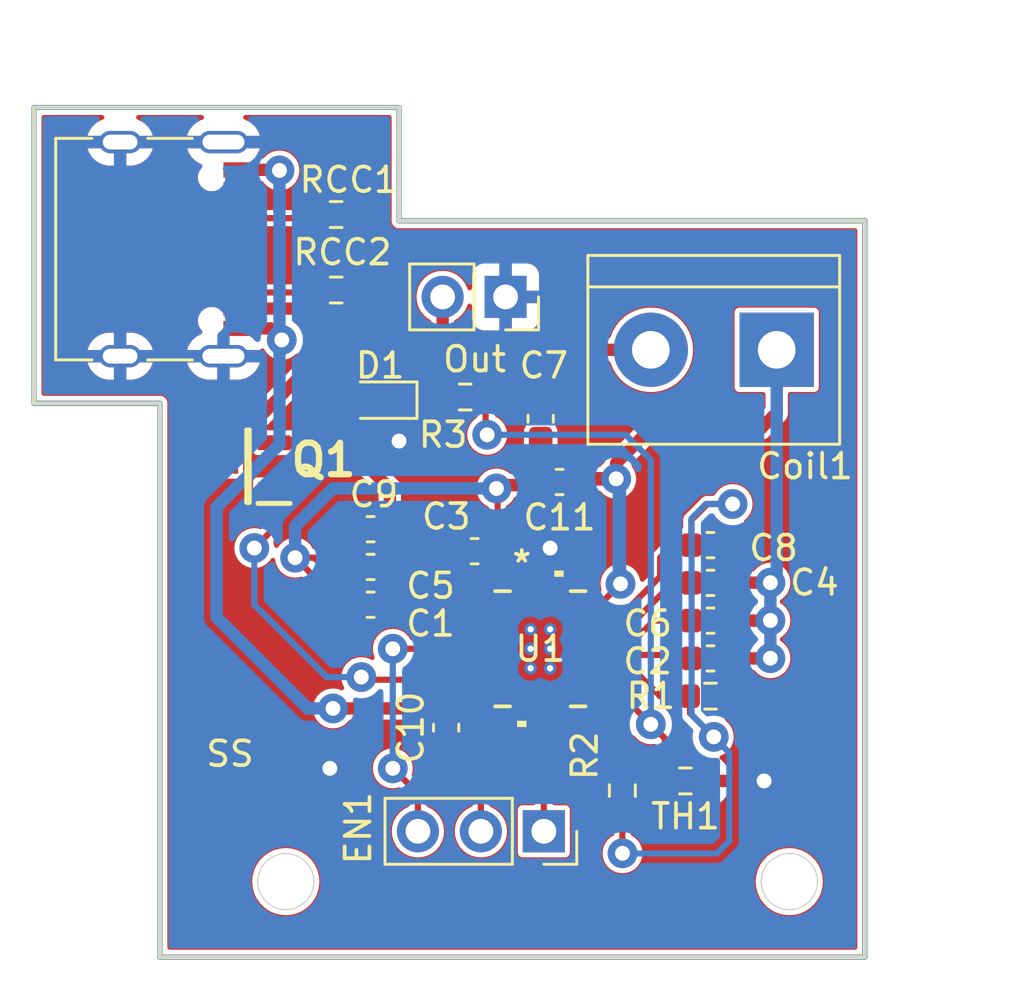
<source format=kicad_pcb>
(kicad_pcb (version 20221018) (generator pcbnew)
  (layers (0 "F.Cu" signal) (31 "B.Cu" signal) (34 "B.Paste" user) (35 "F.Paste" user) (36 "B.SilkS" user "B.Silkscreen") (37 "F.SilkS" user "F.Silkscreen") (38 "B.Mask" user) (39 "F.Mask" user) (44 "Edge.Cuts" user))
  (net 0 "")
  (net 1 "Net-(U1-COM1)")
  (net 2 "AC1")
  (net 3 "Net-(U1-COM2)")
  (net 4 "AC2")
  (net 5 "Net-(U1-BOOT1)")
  (net 6 "Net-(U1-BOOT2)")
  (net 7 "Net-(U1-CLMP1)")
  (net 8 "Net-(U1-CLMP2)")
  (net 9 "Net-(Coil1-Pin_2)")
  (net 10 "FOD")
  (net 11 "GND")
  (net 12 "OUT")
  (net 13 "Net-(Q1-D)")
  (net 14 "Net-(D1-K)")
  (net 15 "Net-(EN1-Pin_1)")
  (net 16 "Net-(EN1-Pin_2)")
  (net 17 "Net-(EN1-Pin_3)")
  (net 18 "Net-(J3-CC1)")
  (net 22 "Net-(J3-CC2)")
  (net 26 "Net-(Q1-G)")
  (net 27 "Net-(U1-ILIM)")
  (net 28 "Net-(U1-TS-CTRL)")
  (net 30 "Net-(U1-AD)")
  (footprint "Capacitor_SMD:C_0603_1608Metric" (layer "F.Cu") (at 157.602099 105.918 180)
    (fp_text reference "C5" (at -2.417901 -0.762) (layer "F.SilkS"))
    (fp_text value "C")
    (fp_line (start -0.14058 -0.51) (end 0.14058 -0.51) (stroke (width 0.12)) (layer "F.SilkS"))
    (fp_line (start -0.14058 0.51) (end 0.14058 0.51) (stroke (width 0.12)) (layer "F.SilkS"))
    (pad "1" smd roundrect (at -0.775 0 180) (size 0.9 0.95) (layers "F.Cu" "F.Paste" "F.Mask") (net 7 "Net-(U1-CLMP1)"))
    (pad "2" smd roundrect (at 0.775 0 180) (size 0.9 0.95) (layers "F.Cu" "F.Paste" "F.Mask") (net 2 "AC1"))
  )
  (footprint "Resistor_SMD:R_0603_1608Metric" (layer "F.Cu") (at 161.417 99.06)
    (fp_text reference "R3" (at -0.889 1.524) (layer "F.SilkS"))
    (fp_text value "R")
    (fp_line (start -0.237258 -0.5225) (end 0.237258 -0.5225) (stroke (width 0.12)) (layer "F.SilkS"))
    (fp_line (start -0.237258 0.5225) (end 0.237258 0.5225) (stroke (width 0.12)) (layer "F.SilkS"))
    (pad "1" smd roundrect (at -0.825 0) (size 0.8 0.95) (layers "F.Cu" "F.Paste" "F.Mask") (net 14 "Net-(D1-K)"))
    (pad "2" smd roundrect (at 0.825 0) (size 0.8 0.95) (layers "F.Cu" "F.Paste" "F.Mask") (net 28 "Net-(U1-TS-CTRL)"))
  )
  (footprint "TESIS:SOT95P237X112-3N" (layer "F.Cu") (at 152.654 101.854 180)
    (fp_text reference "Q1" (at -3.048 0.254 180) (layer "F.SilkS") (effects (font (size 1.27 1.27) (thickness 0.254))))
    (fp_text value "SQ2361CES-T1_GE3" hide)
    (fp_line (start -1.7 -1.5) (end -0.4 -1.5) (stroke (width 0.2)) (layer "F.SilkS"))
    (fp_line (start -0.05 -1.46) (end 0.05 -1.46) (stroke (width 0.2)) (layer "F.SilkS"))
    (fp_line (start -0.05 1.46) (end -0.05 -1.46) (stroke (width 0.2)) (layer "F.SilkS"))
    (fp_line (start 0.05 -1.46) (end 0.05 1.46) (stroke (width 0.2)) (layer "F.SilkS"))
    (fp_line (start 0.05 1.46) (end -0.05 1.46) (stroke (width 0.2)) (layer "F.SilkS"))
    (pad "1" smd rect (at -1.05 -0.95 270) (size 0.6 1.3) (layers "F.Cu" "F.Paste" "F.Mask") (net 26 "Net-(Q1-G)"))
    (pad "2" smd rect (at -1.05 0.95 270) (size 0.6 1.3) (layers "F.Cu" "F.Paste" "F.Mask") (net 12 "OUT"))
    (pad "3" smd rect (at 1.05 0 270) (size 0.6 1.3) (layers "F.Cu" "F.Paste" "F.Mask") (net 13 "Net-(Q1-D)"))
  )
  (footprint "Resistor_SMD:R_0603_1608Metric" (layer "F.Cu") (at 156.21 94.742 180)
    (fp_text reference "RCC2" (at -0.254 1.524) (layer "F.SilkS"))
    (fp_text value "5.1k")
    (fp_line (start -0.237258 -0.5225) (end 0.237258 -0.5225) (stroke (width 0.12)) (layer "F.SilkS"))
    (fp_line (start -0.237258 0.5225) (end 0.237258 0.5225) (stroke (width 0.12)) (layer "F.SilkS"))
    (pad "1" smd roundrect (at -0.825 0 180) (size 0.8 0.95) (layers "F.Cu" "F.Paste" "F.Mask") (net 11 "GND"))
    (pad "2" smd roundrect (at 0.825 0 180) (size 0.8 0.95) (layers "F.Cu" "F.Paste" "F.Mask") (net 22 "Net-(J3-CC2)"))
  )
  (footprint "Capacitor_SMD:C_0603_1608Metric" (layer "F.Cu") (at 171.318099 108.085)
    (fp_text reference "C6" (at -2.535099 0.119) (layer "F.SilkS"))
    (fp_text value "C")
    (fp_line (start -0.14058 -0.51) (end 0.14058 -0.51) (stroke (width 0.12)) (layer "F.SilkS"))
    (fp_line (start -0.14058 0.51) (end 0.14058 0.51) (stroke (width 0.12)) (layer "F.SilkS"))
    (pad "1" smd roundrect (at -0.775 0) (size 0.9 0.95) (layers "F.Cu" "F.Paste" "F.Mask") (net 8 "Net-(U1-CLMP2)"))
    (pad "2" smd roundrect (at 0.775 0) (size 0.9 0.95) (layers "F.Cu" "F.Paste" "F.Mask") (net 4 "AC2"))
  )
  (footprint "Resistor_SMD:R_0603_1608Metric" (layer "F.Cu") (at 171.318099 111.133)
    (fp_text reference "R1" (at -2.408099 -0.008) (layer "F.SilkS"))
    (fp_text value "R")
    (fp_line (start -0.237258 -0.5225) (end 0.237258 -0.5225) (stroke (width 0.12)) (layer "F.SilkS"))
    (fp_line (start -0.237258 0.5225) (end 0.237258 0.5225) (stroke (width 0.12)) (layer "F.SilkS"))
    (pad "1" smd roundrect (at -0.825 0) (size 0.8 0.95) (layers "F.Cu" "F.Paste" "F.Mask") (net 10 "FOD"))
    (pad "2" smd roundrect (at 0.825 0) (size 0.8 0.95) (layers "F.Cu" "F.Paste" "F.Mask") (net 11 "GND"))
  )
  (footprint "Connector_PinSocket_2.54mm:PinSocket_1x02_P2.54mm_Vertical" (layer "F.Cu") (at 163.048 95.021 -90)
    (fp_text reference "Out" (at 2.515 1.25) (layer "F.SilkS"))
    (fp_text value "Conn_01x02_Socket")
    (fp_line (start -1.33 1.27) (end -1.33 3.87) (stroke (width 0.12)) (layer "F.SilkS"))
    (fp_line (start -1.33 1.27) (end 1.33 1.27) (stroke (width 0.12)) (layer "F.SilkS"))
    (fp_line (start -1.33 3.87) (end 1.33 3.87) (stroke (width 0.12)) (layer "F.SilkS"))
    (fp_line (start 0 -1.33) (end 1.33 -1.33) (stroke (width 0.12)) (layer "F.SilkS"))
    (fp_line (start 1.33 -1.33) (end 1.33 0) (stroke (width 0.12)) (layer "F.SilkS"))
    (fp_line (start 1.33 1.27) (end 1.33 3.87) (stroke (width 0.12)) (layer "F.SilkS"))
    (pad "1" thru_hole rect (at 0 0 270) (size 1.7 1.7) (drill 1) (layers "*.Cu" "*.Mask") (net 11 "GND"))
    (pad "2" thru_hole oval (at 0 2.54 270) (size 1.7 1.7) (drill 1) (layers "*.Cu" "*.Mask") (net 12 "OUT"))
  )
  (footprint "Resistor_SMD:R_0603_1608Metric" (layer "F.Cu") (at 170.307 114.554 180)
    (fp_text reference "TH1" (at 0 -1.43) (layer "F.SilkS"))
    (fp_text value "Thermistor_NTC")
    (fp_line (start -0.237258 -0.5225) (end 0.237258 -0.5225) (stroke (width 0.12)) (layer "F.SilkS"))
    (fp_line (start -0.237258 0.5225) (end 0.237258 0.5225) (stroke (width 0.12)) (layer "F.SilkS"))
    (pad "1" smd roundrect (at -0.825 0 180) (size 0.8 0.95) (layers "F.Cu" "F.Paste" "F.Mask") (net 11 "GND"))
    (pad "2" smd roundrect (at 0.825 0 180) (size 0.8 0.95) (layers "F.Cu" "F.Paste" "F.Mask") (net 28 "Net-(U1-TS-CTRL)"))
  )
  (footprint "LED_SMD:LED_0603_1608Metric" (layer "F.Cu") (at 157.988 99.187 180)
    (fp_text reference "D1" (at 0 1.397) (layer "F.SilkS"))
    (fp_text value "LED")
    (fp_line (start -1.485 -0.735) (end -1.485 0.735) (stroke (width 0.12)) (layer "F.SilkS"))
    (fp_line (start -1.485 0.735) (end 0.8 0.735) (stroke (width 0.12)) (layer "F.SilkS"))
    (fp_line (start 0.8 -0.735) (end -1.485 -0.735) (stroke (width 0.12)) (layer "F.SilkS"))
    (pad "1" smd roundrect (at -0.7875 0 180) (size 0.875 0.95) (layers "F.Cu" "F.Paste" "F.Mask") (net 14 "Net-(D1-K)"))
    (pad "2" smd roundrect (at 0.7875 0 180) (size 0.875 0.95) (layers "F.Cu" "F.Paste" "F.Mask") (net 12 "OUT"))
  )
  (footprint "Capacitor_SMD:C_0603_1608Metric" (layer "F.Cu") (at 157.602099 107.442 180)
    (fp_text reference "C1" (at -2.417901 -0.762) (layer "F.SilkS"))
    (fp_text value "C")
    (fp_line (start -0.14058 -0.51) (end 0.14058 -0.51) (stroke (width 0.12)) (layer "F.SilkS"))
    (fp_line (start -0.14058 0.51) (end 0.14058 0.51) (stroke (width 0.12)) (layer "F.SilkS"))
    (pad "1" smd roundrect (at -0.775 0 180) (size 0.9 0.95) (layers "F.Cu" "F.Paste" "F.Mask") (net 1 "Net-(U1-COM1)"))
    (pad "2" smd roundrect (at 0.775 0 180) (size 0.9 0.95) (layers "F.Cu" "F.Paste" "F.Mask") (net 2 "AC1"))
  )
  (footprint "Resistor_SMD:R_0603_1608Metric" (layer "F.Cu") (at 167.762099 114.943 90)
    (fp_text reference "R2" (at 1.405 -1.519099 90) (layer "F.SilkS"))
    (fp_text value "R")
    (fp_line (start -0.237258 -0.5225) (end 0.237258 -0.5225) (stroke (width 0.12)) (layer "F.SilkS"))
    (fp_line (start -0.237258 0.5225) (end 0.237258 0.5225) (stroke (width 0.12)) (layer "F.SilkS"))
    (pad "1" smd roundrect (at -0.825 0 90) (size 0.8 0.95) (layers "F.Cu" "F.Paste" "F.Mask") (net 10 "FOD"))
    (pad "2" smd roundrect (at 0.825 0 90) (size 0.8 0.95) (layers "F.Cu" "F.Paste" "F.Mask") (net 27 "Net-(U1-ILIM)"))
  )
  (footprint "Capacitor_SMD:C_0603_1608Metric" (layer "F.Cu") (at 171.318099 106.561)
    (fp_text reference "C4" (at 4.195901 -0.008) (layer "F.SilkS"))
    (fp_text value "C")
    (fp_line (start -0.14058 -0.51) (end 0.14058 -0.51) (stroke (width 0.12)) (layer "F.SilkS"))
    (fp_line (start -0.14058 0.51) (end 0.14058 0.51) (stroke (width 0.12)) (layer "F.SilkS"))
    (pad "1" smd roundrect (at -0.775 0) (size 0.9 0.95) (layers "F.Cu" "F.Paste" "F.Mask") (net 6 "Net-(U1-BOOT2)"))
    (pad "2" smd roundrect (at 0.775 0) (size 0.9 0.95) (layers "F.Cu" "F.Paste" "F.Mask") (net 4 "AC2"))
  )
  (footprint "Capacitor_SMD:C_0603_1608Metric" (layer "F.Cu") (at 165.227 102.489 180)
    (fp_text reference "C11" (at 0 -1.43) (layer "F.SilkS"))
    (fp_text value "C")
    (fp_line (start -0.14058 -0.51) (end 0.14058 -0.51) (stroke (width 0.12)) (layer "F.SilkS"))
    (fp_line (start -0.14058 0.51) (end 0.14058 0.51) (stroke (width 0.12)) (layer "F.SilkS"))
    (pad "1" smd roundrect (at -0.775 0 180) (size 0.9 0.95) (layers "F.Cu" "F.Paste" "F.Mask") (net 4 "AC2"))
    (pad "2" smd roundrect (at 0.775 0 180) (size 0.9 0.95) (layers "F.Cu" "F.Paste" "F.Mask") (net 2 "AC1"))
  )
  (footprint "Capacitor_SMD:C_0603_1608Metric" (layer "F.Cu") (at 171.318099 105.037)
    (fp_text reference "C8" (at 2.544901 0.119) (layer "F.SilkS"))
    (fp_text value "C")
    (fp_line (start -0.14058 -0.51) (end 0.14058 -0.51) (stroke (width 0.12)) (layer "F.SilkS"))
    (fp_line (start -0.14058 0.51) (end 0.14058 0.51) (stroke (width 0.12)) (layer "F.SilkS"))
    (pad "1" smd roundrect (at -0.775 0) (size 0.9 0.95) (layers "F.Cu" "F.Paste" "F.Mask") (net 10 "FOD"))
    (pad "2" smd roundrect (at 0.775 0) (size 0.9 0.95) (layers "F.Cu" "F.Paste" "F.Mask") (net 11 "GND"))
  )
  (footprint "Connector_USB:USB_C_Receptacle_Palconn_UTC16-G" (layer "F.Cu") (at 149.733 93.091 -90)
    (fp_text reference "J3" hide)
    (fp_text value "USB_C_Receptacle_USB2.0")
    (fp_line (start -4.47 -0.67) (end -4.47 1.13) (stroke (width 0.12)) (layer "F.SilkS"))
    (fp_line (start -4.47 4.84) (end -4.47 3.38) (stroke (width 0.12)) (layer "F.SilkS"))
    (fp_line (start 4.47 -0.67) (end 4.47 1.13) (stroke (width 0.12)) (layer "F.SilkS"))
    (fp_line (start 4.47 4.84) (end -4.47 4.84) (stroke (width 0.12)) (layer "F.SilkS"))
    (fp_line (start 4.47 4.84) (end 4.47 3.38) (stroke (width 0.12)) (layer "F.SilkS"))
    (pad "" np_thru_hole circle (at -2.89 -1.45 90) (size 0.6 0.6) (drill 0.6) (layers "*.Cu" "*.Mask"))
    (pad "" np_thru_hole circle (at 2.89 -1.45 90) (size 0.6 0.6) (drill 0.6) (layers "*.Cu" "*.Mask"))
    (pad "A1" smd rect (at -3.2 -2.51 270) (size 0.6 1.16) (layers "F.Cu" "F.Paste" "F.Mask") (net 30 "Net-(U1-AD)"))
    (pad "A4" smd rect (at -2.4 -2.51 270) (size 0.6 1.16) (layers "F.Cu" "F.Paste" "F.Mask") (net 13 "Net-(Q1-D)"))
    (pad "A5" smd rect (at -1.25 -2.51 90) (size 0.3 1.16) (layers "F.Cu" "F.Paste" "F.Mask") (net 18 "Net-(J3-CC1)"))
    (pad "A6" smd rect (at -0.25 -2.51 90) (size 0.3 1.16) (layers "F.Cu" "F.Paste" "F.Mask"))
    (pad "A7" smd rect (at 0.25 -2.51 90) (size 0.3 1.16) (layers "F.Cu" "F.Paste" "F.Mask"))
    (pad "A8" smd rect (at 1.25 -2.51 90) (size 0.3 1.16) (layers "F.Cu" "F.Paste" "F.Mask"))
    (pad "A9" smd rect (at 2.4 -2.51 270) (size 0.6 1.16) (layers "F.Cu" "F.Paste" "F.Mask") (net 13 "Net-(Q1-D)"))
    (pad "A12" smd rect (at 3.2 -2.51 270) (size 0.6 1.16) (layers "F.Cu" "F.Paste" "F.Mask") (net 30 "Net-(U1-AD)"))
    (pad "B1" smd rect (at 3.2 -2.51 270) (size 0.6 1.16) (layers "F.Cu" "F.Paste" "F.Mask") (net 30 "Net-(U1-AD)"))
    (pad "B4" smd rect (at 2.4 -2.51 270) (size 0.6 1.16) (layers "F.Cu" "F.Paste" "F.Mask") (net 13 "Net-(Q1-D)"))
    (pad "B5" smd rect (at 1.75 -2.51 90) (size 0.3 1.16) (layers "F.Cu" "F.Paste" "F.Mask") (net 22 "Net-(J3-CC2)"))
    (pad "B6" smd rect (at 0.75 -2.51 90) (size 0.3 1.16) (layers "F.Cu" "F.Paste" "F.Mask"))
    (pad "B7" smd rect (at -0.75 -2.51 90) (size 0.3 1.16) (layers "F.Cu" "F.Paste" "F.Mask"))
    (pad "B8" smd rect (at -1.75 -2.51 90) (size 0.3 1.16) (layers "F.Cu" "F.Paste" "F.Mask"))
    (pad "B9" smd rect (at -2.4 -2.51 270) (size 0.6 1.16) (layers "F.Cu" "F.Paste" "F.Mask") (net 13 "Net-(Q1-D)"))
    (pad "B12" smd rect (at -3.2 -2.51 270) (size 0.6 1.16) (layers "F.Cu" "F.Paste" "F.Mask") (net 30 "Net-(U1-AD)"))
    (pad "S1" thru_hole oval (at -4.32 -1.93) (size 2 0.9) (drill oval 1.7 0.6) (layers "*.Cu" "*.Mask") (net 11 "GND"))
    (pad "S1" thru_hole oval (at -4.32 2.24) (size 1.7 0.9) (drill oval 1.4 0.6) (layers "*.Cu" "*.Mask") (net 11 "GND"))
    (pad "S1" thru_hole oval (at 4.32 -1.93) (size 2 0.9) (drill oval 1.7 0.6) (layers "*.Cu" "*.Mask") (net 11 "GND"))
    (pad "S1" thru_hole oval (at 4.32 2.24) (size 1.7 0.9) (drill oval 1.4 0.6) (layers "*.Cu" "*.Mask") (net 11 "GND"))
  )
  (footprint "Capacitor_SMD:C_0603_1608Metric" (layer "F.Cu") (at 171.318099 109.609)
    (fp_text reference "C2" (at -2.535099 0.119) (layer "F.SilkS"))
    (fp_text value "C")
    (fp_line (start -0.14058 -0.51) (end 0.14058 -0.51) (stroke (width 0.12)) (layer "F.SilkS"))
    (fp_line (start -0.14058 0.51) (end 0.14058 0.51) (stroke (width 0.12)) (layer "F.SilkS"))
    (pad "1" smd roundrect (at -0.775 0) (size 0.9 0.95) (layers "F.Cu" "F.Paste" "F.Mask") (net 3 "Net-(U1-COM2)"))
    (pad "2" smd roundrect (at 0.775 0) (size 0.9 0.95) (layers "F.Cu" "F.Paste" "F.Mask") (net 4 "AC2"))
  )
  (footprint "Capacitor_SMD:C_0603_1608Metric" (layer "F.Cu") (at 160.650099 112.403 90)
    (fp_text reference "C10" (at 0 -1.43 90) (layer "F.SilkS"))
    (fp_text value "C")
    (fp_line (start -0.14058 -0.51) (end 0.14058 -0.51) (stroke (width 0.12)) (layer "F.SilkS"))
    (fp_line (start -0.14058 0.51) (end 0.14058 0.51) (stroke (width 0.12)) (layer "F.SilkS"))
    (pad "1" smd roundrect (at -0.775 0 90) (size 0.9 0.95) (layers "F.Cu" "F.Paste" "F.Mask") (net 11 "GND"))
    (pad "2" smd roundrect (at 0.775 0 90) (size 0.9 0.95) (layers "F.Cu" "F.Paste" "F.Mask") (net 30 "Net-(U1-AD)"))
  )
  (footprint "MountingHole:MountingHole_2.2mm_M2" (layer "F.Cu") (at 174.498 118.618)
    (fp_text reference "REF**" hide)
    (fp_text value "MountingHole_2.2mm_M2")
    (pad "" np_thru_hole circle (at 0 0) (size 2.2 2.2) (drill 2.2) (layers "*.Cu" "*.Mask"))
  )
  (footprint "TESIS:BQ5101eBRHLR" (layer "F.Cu") (at 164.4523 109.22)
    (fp_text reference "U1" (at 0 0 unlocked) (layer "F.SilkS"))
    (fp_text value "BQ51013BRHLR")
    (fp_text user "*" (at -0.75 -3.437401) (layer "F.SilkS"))
    (fp_poly (pts (xy 0.375 -1.524999) (xy 0.375 -2.649999) (xy 0.16 -2.649999) (xy 0.16 -1.924999) (xy -0.16 -1.924999) (xy -0.16 -2.649999) (xy -0.375 -2.649999) (xy -0.375 -1.524999)) (fill solid) (layer "F.Cu"))
    (fp_poly (pts (xy 0.375 1.524999) (xy 0.375 2.649999) (xy 0.16 2.649999) (xy 0.16 1.924999) (xy -0.16 1.924999) (xy -0.16 2.649999) (xy -0.375 2.649999) (xy -0.375 1.524999)) (fill solid) (layer "F.Cu"))
    (fp_line (start -1.825 2.325001) (end -1.222741 2.325001) (stroke (width 0.1524)) (layer "F.SilkS"))
    (fp_line (start -1.222741 -2.325001) (end -1.825 -2.325001) (stroke (width 0.1524)) (layer "F.SilkS"))
    (fp_line (start 1.222741 2.325001) (end 1.825 2.325001) (stroke (width 0.1524)) (layer "F.SilkS"))
    (fp_line (start 1.825 -2.325001) (end 1.222741 -2.325001) (stroke (width 0.1524)) (layer "F.SilkS"))
    (fp_poly (pts (xy -0.940501 2.904) (xy -0.940501 3.158) (xy -0.559501 3.158) (xy -0.559501 2.904)) (fill solid) (layer "F.SilkS"))
    (fp_poly (pts (xy 0.559501 -2.904) (xy 0.559501 -3.158) (xy 0.940501 -3.158) (xy 0.940501 -2.904)) (fill solid) (layer "F.SilkS"))
    (pad "1" smd rect (at -0.750001 -2.224999) (size 0.28 0.85) (layers "F.Cu" "F.Mask") (net 11 "GND"))
    (pad "2" smd rect (at -1.725 -1.749999 90) (size 0.28 0.85) (layers "F.Cu" "F.Mask") (net 2 "AC1"))
    (pad "3" smd rect (at -1.725 -1.25 90) (size 0.28 0.85) (layers "F.Cu" "F.Mask") (net 5 "Net-(U1-BOOT1)"))
    (pad "4" smd rect (at -1.725 -0.750001 90) (size 0.28 0.85) (layers "F.Cu" "F.Mask") (net 12 "OUT"))
    (pad "5" smd rect (at -1.725 -0.25 90) (size 0.28 0.85) (layers "F.Cu" "F.Mask") (net 7 "Net-(U1-CLMP1)"))
    (pad "6" smd rect (at -1.725 0.25 90) (size 0.28 0.85) (layers "F.Cu" "F.Mask") (net 1 "Net-(U1-COM1)"))
    (pad "7" smd rect (at -1.725 0.750001 90) (size 0.28 0.85) (layers "F.Cu" "F.Mask") (net 17 "Net-(EN1-Pin_3)"))
    (pad "8" smd rect (at -1.725 1.25 90) (size 0.28 0.85) (layers "F.Cu" "F.Mask") (net 26 "Net-(Q1-G)"))
    (pad "9" smd rect (at -1.725 1.749999 90) (size 0.28 0.85) (layers "F.Cu" "F.Mask") (net 30 "Net-(U1-AD)"))
    (pad "10" smd rect (at -0.750001 2.224999) (size 0.28 0.85) (layers "F.Cu" "F.Mask") (net 16 "Net-(EN1-Pin_2)"))
    (pad "11" smd rect (at 0.750001 2.224999) (size 0.28 0.85) (layers "F.Cu" "F.Mask") (net 15 "Net-(EN1-Pin_1)"))
    (pad "12" smd rect (at 1.725 1.749999 90) (size 0.28 0.85) (layers "F.Cu" "F.Mask") (net 27 "Net-(U1-ILIM)"))
    (pad "13" smd rect (at 1.725 1.25 90) (size 0.28 0.85) (layers "F.Cu" "F.Mask") (net 28 "Net-(U1-TS-CTRL)"))
    (pad "14" smd rect (at 1.725 0.750001 90) (size 0.28 0.85) (layers "F.Cu" "F.Mask") (net 10 "FOD"))
    (pad "15" smd rect (at 1.725 0.25 90) (size 0.28 0.85) (layers "F.Cu" "F.Mask") (net 3 "Net-(U1-COM2)"))
    (pad "16" smd rect (at 1.725 -0.25 90) (size 0.28 0.85) (layers "F.Cu" "F.Mask") (net 8 "Net-(U1-CLMP2)"))
    (pad "17" smd rect (at 1.725 -0.750001 90) (size 0.28 0.85) (layers "F.Cu" "F.Mask") (net 6 "Net-(U1-BOOT2)"))
    (pad "18" smd rect (at 1.725 -1.25 90) (size 0.28 0.85) (layers "F.Cu" "F.Mask") (net 10 "FOD"))
    (pad "19" smd rect (at 1.725 -1.749999 90) (size 0.28 0.85) (layers "F.Cu" "F.Mask") (net 4 "AC2"))
    (pad "20" smd rect (at 0.750001 -2.224999) (size 0.28 0.85) (layers "F.Cu" "F.Mask") (net 11 "GND"))
    (pad "21" smd rect (at 0 0) (size 2.05 3.049999) (layers "F.Cu"))
    (pad "V" thru_hole circle (at -0.3937 -0.7874) (size 0.508 0.508) (drill 0.254) (layers "*.Cu" "*.Mask"))
    (pad "V" thru_hole circle (at -0.3937 0) (size 0.508 0.508) (drill 0.254) (layers "*.Cu" "*.Mask"))
    (pad "V" thru_hole circle (at -0.3937 0.7874) (size 0.508 0.508) (drill 0.254) (layers "*.Cu" "*.Mask"))
    (pad "V" thru_hole circle (at 0.3937 -0.7874) (size 0.508 0.508) (drill 0.254) (layers "*.Cu" "*.Mask"))
    (pad "V" thru_hole circle (at 0.3937 0) (size 0.508 0.508) (drill 0.254) (layers "*.Cu" "*.Mask"))
    (pad "V" thru_hole circle (at 0.3937 0.7874) (size 0.508 0.508) (drill 0.254) (layers "*.Cu" "*.Mask"))
  )
  (footprint "Connector_PinSocket_2.54mm:PinSocket_1x03_P2.54mm_Vertical" (layer "F.Cu") (at 164.592 116.586 -90)
    (fp_text reference "EN1" (at -0.127 7.493 90) (layer "F.SilkS"))
    (fp_text value "Conn_01x03")
    (fp_line (start -1.33 1.27) (end -1.33 6.41) (stroke (width 0.12)) (layer "F.SilkS"))
    (fp_line (start -1.33 1.27) (end 1.33 1.27) (stroke (width 0.12)) (layer "F.SilkS"))
    (fp_line (start -1.33 6.41) (end 1.33 6.41) (stroke (width 0.12)) (layer "F.SilkS"))
    (fp_line (start 0 -1.33) (end 1.33 -1.33) (stroke (width 0.12)) (layer "F.SilkS"))
    (fp_line (start 1.33 -1.33) (end 1.33 0) (stroke (width 0.12)) (layer "F.SilkS"))
    (fp_line (start 1.33 1.27) (end 1.33 6.41) (stroke (width 0.12)) (layer "F.SilkS"))
    (pad "1" thru_hole rect (at 0 0 270) (size 1.7 1.7) (drill 1) (layers "*.Cu" "*.Mask") (net 15 "Net-(EN1-Pin_1)"))
    (pad "2" thru_hole oval (at 0 2.54 270) (size 1.7 1.7) (drill 1) (layers "*.Cu" "*.Mask") (net 16 "Net-(EN1-Pin_2)"))
    (pad "3" thru_hole oval (at 0 5.08 270) (size 1.7 1.7) (drill 1) (layers "*.Cu" "*.Mask") (net 17 "Net-(EN1-Pin_3)"))
  )
  (footprint "Capacitor_SMD:C_0603_1608Metric" (layer "F.Cu") (at 164.465 99.936 -90)
    (fp_text reference "C7" (at -2.146 -0.127) (layer "F.SilkS"))
    (fp_text value "C")
    (fp_line (start -0.14058 -0.51) (end 0.14058 -0.51) (stroke (width 0.12)) (layer "F.SilkS"))
    (fp_line (start -0.14058 0.51) (end 0.14058 0.51) (stroke (width 0.12)) (layer "F.SilkS"))
    (pad "1" smd roundrect (at -0.775 0 270) (size 0.9 0.95) (layers "F.Cu" "F.Paste" "F.Mask") (net 9 "Net-(Coil1-Pin_2)"))
    (pad "2" smd roundrect (at 0.775 0 270) (size 0.9 0.95) (layers "F.Cu" "F.Paste" "F.Mask") (net 2 "AC1"))
  )
  (footprint "Capacitor_SMD:C_0603_1608Metric" (layer "F.Cu") (at 161.798 105.283)
    (fp_text reference "C3" (at -1.143 -1.397) (layer "F.SilkS"))
    (fp_text value "C")
    (fp_line (start -0.14058 -0.51) (end 0.14058 -0.51) (stroke (width 0.12)) (layer "F.SilkS"))
    (fp_line (start -0.14058 0.51) (end 0.14058 0.51) (stroke (width 0.12)) (layer "F.SilkS"))
    (pad "1" smd roundrect (at -0.775 0) (size 0.9 0.95) (layers "F.Cu" "F.Paste" "F.Mask") (net 5 "Net-(U1-BOOT1)"))
    (pad "2" smd roundrect (at 0.775 0) (size 0.9 0.95) (layers "F.Cu" "F.Paste" "F.Mask") (net 2 "AC1"))
  )
  (footprint "Resistor_SMD:R_0603_1608Metric" (layer "F.Cu") (at 156.21 91.694 180)
    (fp_text reference "RCC1" (at -0.508 1.397) (layer "F.SilkS"))
    (fp_text value "5.1k")
    (fp_line (start -0.237258 -0.5225) (end 0.237258 -0.5225) (stroke (width 0.12)) (layer "F.SilkS"))
    (fp_line (start -0.237258 0.5225) (end 0.237258 0.5225) (stroke (width 0.12)) (layer "F.SilkS"))
    (pad "1" smd roundrect (at -0.825 0 180) (size 0.8 0.95) (layers "F.Cu" "F.Paste" "F.Mask") (net 11 "GND"))
    (pad "2" smd roundrect (at 0.825 0 180) (size 0.8 0.95) (layers "F.Cu" "F.Paste" "F.Mask") (net 18 "Net-(J3-CC1)"))
  )
  (footprint "TerminalBlock:TerminalBlock_bornier-2_P5.08mm" (layer "F.Cu") (at 173.99 97.155 180)
    (fp_text reference "Coil1" (at -1.143 -4.699) (layer "F.SilkS"))
    (fp_text value "~")
    (fp_line (start -2.54 -3.81) (end -2.54 3.81) (stroke (width 0.12)) (layer "F.SilkS"))
    (fp_line (start -2.54 3.81) (end 7.62 3.81) (stroke (width 0.12)) (layer "F.SilkS"))
    (fp_line (start 7.62 -3.81) (end -2.54 -3.81) (stroke (width 0.12)) (layer "F.SilkS"))
    (fp_line (start 7.62 2.54) (end -2.54 2.54) (stroke (width 0.12)) (layer "F.SilkS"))
    (fp_line (start 7.62 3.81) (end 7.62 -3.81) (stroke (width 0.12)) (layer "F.SilkS"))
    (pad "1" thru_hole rect (at 0 0 180) (size 3 3) (drill 1.52) (layers "*.Cu" "*.Mask") (net 4 "AC2"))
    (pad "2" thru_hole circle (at 5.08 0 180) (size 3 3) (drill 1.52) (layers "*.Cu" "*.Mask") (net 9 "Net-(Coil1-Pin_2)"))
  )
  (footprint "MountingHole:MountingHole_2.2mm_M2" (layer "F.Cu") (at 154.178 118.618)
    (fp_text reference "REF**" hide)
    (fp_text value "MountingHole_2.2mm_M2")
    (pad "" np_thru_hole circle (at 0 0) (size 2.2 2.2) (drill 2.2) (layers "F&B.Cu" "*.Mask"))
  )
  (footprint "Capacitor_SMD:C_0603_1608Metric" (layer "F.Cu") (at 157.602099 104.394 180)
    (fp_text reference "C9" (at -0.131901 1.405) (layer "F.SilkS"))
    (fp_text value "C")
    (fp_line (start -0.14058 -0.51) (end 0.14058 -0.51) (stroke (width 0.12)) (layer "F.SilkS"))
    (fp_line (start -0.14058 0.51) (end 0.14058 0.51) (stroke (width 0.12)) (layer "F.SilkS"))
    (pad "1" smd roundrect (at -0.775 0 180) (size 0.9 0.95) (layers "F.Cu" "F.Paste" "F.Mask") (net 12 "OUT"))
    (pad "2" smd roundrect (at 0.775 0 180) (size 0.9 0.95) (layers "F.Cu" "F.Paste" "F.Mask") (net 11 "GND"))
  )
  (gr_line (start 158.75 91.948) (end 158.75 87.376) (stroke (width 0.2)) (layer "F.Cu"))
  (gr_circle (center 174.498 118.618) (end 175.598 118.618) (stroke (width 0.1)) (fill none) (layer "F.Cu"))
  (gr_line (start 177.546 91.948) (end 158.75 91.948) (stroke (width 0.2)) (layer "F.Cu"))
  (gr_circle (center 154.178 118.618) (end 155.278 118.618) (stroke (width 0.1)) (fill none) (layer "F.Cu"))
  (gr_line (start 144.018 99.314) (end 149.098 99.314) (stroke (width 0.2)) (layer "F.Cu"))
  (gr_line (start 149.098 121.666) (end 177.546 121.666) (stroke (width 0.2)) (layer "F.Cu"))
  (gr_line (start 158.75 87.376) (end 144.018 87.376) (stroke (width 0.2)) (layer "F.Cu"))
  (gr_line (start 177.546 121.666) (end 177.546 91.948) (stroke (width 0.2)) (layer "F.Cu"))
  (gr_line (start 144.018 87.376) (end 144.018 99.314) (stroke (width 0.2)) (layer "F.Cu"))
  (gr_line (start 149.098 99.314) (end 149.098 121.666) (stroke (width 0.2)) (layer "F.Cu"))
  (gr_line (start 158.75 87.376) (end 144.018 87.376) (stroke (width 0.2)) (layer "B.Cu"))
  (gr_line (start 177.546 91.948) (end 158.75 91.948) (stroke (width 0.2)) (layer "B.Cu"))
  (gr_line (start 144.018 99.314) (end 149.098 99.314) (stroke (width 0.2)) (layer "B.Cu"))
  (gr_circle (center 174.498 118.618) (end 175.598 118.618) (stroke (width 0.1)) (fill none) (layer "B.Cu"))
  (gr_line (start 158.75 91.948) (end 158.75 87.376) (stroke (width 0.2)) (layer "B.Cu"))
  (gr_line (start 149.098 99.314) (end 149.098 121.666) (stroke (width 0.2)) (layer "B.Cu"))
  (gr_line (start 144.018 87.376) (end 144.018 99.314) (stroke (width 0.2)) (layer "B.Cu"))
  (gr_line (start 149.098 121.666) (end 177.546 121.666) (stroke (width 0.2)) (layer "B.Cu"))
  (gr_line (start 177.546 121.666) (end 177.546 91.948) (stroke (width 0.2)) (layer "B.Cu"))
  (gr_circle (center 154.178 118.618) (end 155.278 118.618) (stroke (width 0.1)) (fill none) (layer "B.Cu"))
  (gr_circle (center 174.498 118.618) (end 175.598 118.618) (stroke (width 0.1)) (fill none) (layer "F.SilkS"))
  (gr_line (start 144.018 99.314) (end 149.098 99.314) (stroke (width 0.15)) (layer "F.SilkS"))
  (gr_line (start 158.75 87.376) (end 144.018 87.376) (stroke (width 0.15)) (layer "F.SilkS"))
  (gr_line (start 149.098 121.666) (end 177.546 121.666) (stroke (width 0.15)) (layer "F.SilkS"))
  (gr_line (start 158.75 91.948) (end 158.75 87.376) (stroke (width 0.15)) (layer "F.SilkS"))
  (gr_circle (center 154.178 118.618) (end 155.278 118.618) (stroke (width 0.1)) (fill none) (layer "F.SilkS"))
  (gr_line (start 144.018 87.376) (end 144.018 99.314) (stroke (width 0.15)) (layer "F.SilkS"))
  (gr_line (start 177.546 91.948) (end 158.75 91.948) (stroke (width 0.15)) (layer "F.SilkS"))
  (gr_line (start 177.546 121.666) (end 177.546 91.948) (stroke (width 0.15)) (layer "F.SilkS"))
  (gr_line (start 149.098 99.314) (end 149.098 121.666) (stroke (width 0.15)) (layer "F.SilkS"))
  (gr_line (start 144.018 99.314) (end 149.098 99.314) (stroke (width 0.1)) (layer "Edge.Cuts"))
  (gr_line (start 158.75 87.376) (end 144.018 87.376) (stroke (width 0.1)) (layer "Edge.Cuts"))
  (gr_line (start 177.546 91.948) (end 158.75 91.948) (stroke (width 0.1)) (layer "Edge.Cuts"))
  (gr_circle (center 174.498 118.618) (end 175.598 118.618) (stroke (width 0.1)) (fill none) (layer "Edge.Cuts"))
  (gr_circle (center 154.178 118.618) (end 155.278 118.618) (stroke (width 0.1)) (fill none) (layer "Edge.Cuts"))
  (gr_line (start 177.546 121.666) (end 177.546 91.948) (stroke (width 0.1)) (layer "Edge.Cuts"))
  (gr_line (start 158.75 91.948) (end 158.75 87.376) (stroke (width 0.1)) (layer "Edge.Cuts"))
  (gr_line (start 149.098 121.666) (end 177.546 121.666) (stroke (width 0.1)) (layer "Edge.Cuts"))
  (gr_line (start 144.018 87.376) (end 144.018 99.314) (stroke (width 0.1)) (layer "Edge.Cuts"))
  (gr_line (start 149.098 99.314) (end 149.098 121.666) (stroke (width 0.1)) (layer "Edge.Cuts"))
  (gr_text "SS\n" (at 150.876 114.046) (layer "F.SilkS") (effects (font (size 1 1)) (justify left bottom)))
  (segment (start 161.270307 109.47) (end 159.242307 107.442) (width 0.25) (layer "F.Cu") (net 1))
  (segment (start 159.242307 107.442) (end 158.377099 107.442) (width 0.25) (layer "F.Cu") (net 1))
  (segment (start 162.7273 109.47) (end 161.270307 109.47) (width 0.25) (layer "F.Cu") (net 1))
  (segment (start 156.827099 105.918) (end 155.702 105.918) (width 0.25) (layer "F.Cu") (net 2))
  (segment (start 154.554099 105.545) (end 156.451099 107.442) (width 0.25) (layer "F.Cu") (net 2))
  (segment (start 162.679 102.751) (end 162.814 102.616) (width 0.25) (layer "F.Cu") (net 2))
  (segment (start 155.702 105.918) (end 155.329 105.545) (width 0.25) (layer "F.Cu") (net 2))
  (segment (start 164.452 102.489) (end 164.452 100.724) (width 0.5) (layer "F.Cu") (net 2))
  (segment (start 156.451099 107.442) (end 156.827099 107.442) (width 0.25) (layer "F.Cu") (net 2))
  (segment (start 164.452 100.724) (end 164.465 100.711) (width 0.25) (layer "F.Cu") (net 2))
  (segment (start 155.329 105.545) (end 154.554099 105.545) (width 0.25) (layer "F.Cu") (net 2))
  (segment (start 162.7273 102.7993) (end 162.7273 107.470001) (width 0.25) (layer "F.Cu") (net 2))
  (segment (start 164.325 102.616) (end 164.452 102.489) (width 0.25) (layer "F.Cu") (net 2))
  (segment (start 162.687 107.429701) (end 162.7273 107.470001) (width 0.25) (layer "F.Cu") (net 2))
  (segment (start 162.814 102.616) (end 164.325 102.616) (width 0.5) (layer "F.Cu") (net 2))
  (segment (start 162.679 102.751) (end 162.7273 102.7993) (width 0.25) (layer "F.Cu") (net 2))
  (via (at 154.554099 105.545) (size 1.2) (drill 0.6) (layers "F.Cu" "B.Cu") (net 2))
  (via (at 162.679 102.751) (size 1.2) (drill 0.6) (layers "F.Cu" "B.Cu") (net 2))
  (segment (start 156.078099 102.751) (end 154.554099 104.275) (width 0.5) (layer "B.Cu") (net 2))
  (segment (start 154.554099 104.275) (end 154.554099 105.545) (width 0.5) (layer "B.Cu") (net 2))
  (segment (start 162.679 102.751) (end 156.078099 102.751) (width 0.5) (layer "B.Cu") (net 2))
  (segment (start 170.543099 109.609) (end 170.404099 109.47) (width 0.25) (layer "F.Cu") (net 3))
  (segment (start 170.404099 109.47) (end 166.1773 109.47) (width 0.25) (layer "F.Cu") (net 3))
  (segment (start 167.686329 106.599329) (end 166.815657 107.470001) (width 0.25) (layer "F.Cu") (net 4))
  (segment (start 173.728 108.085) (end 172.093099 108.085) (width 0.5) (layer "F.Cu") (net 4))
  (segment (start 173.736 109.601) (end 173.728 109.609) (width 0.25) (layer "F.Cu") (net 4))
  (segment (start 166.815657 107.470001) (end 166.1773 107.470001) (width 0.25) (layer "F.Cu") (net 4))
  (segment (start 173.99 99.695) (end 173.99 97.155) (width 0.5) (layer "F.Cu") (net 4))
  (segment (start 173.728 109.609) (end 172.093099 109.609) (width 0.5) (layer "F.Cu") (net 4))
  (segment (start 173.736 108.077) (end 173.728 108.085) (width 0.25) (layer "F.Cu") (net 4))
  (segment (start 166.129 102.362) (end 166.002 102.489) (width 0.25) (layer "F.Cu") (net 4))
  (segment (start 168.91 100.33) (end 173.355 100.33) (width 0.5) (layer "F.Cu") (net 4))
  (segment (start 172.101099 106.553) (end 172.093099 106.561) (width 0.25) (layer "F.Cu") (net 4))
  (segment (start 167.513 102.362) (end 167.513 101.727) (width 0.5) (layer "F.Cu") (net 4))
  (segment (start 172.093099 106.561) (end 172.093099 108.085) (width 0.25) (layer "F.Cu") (net 4))
  (segment (start 173.736 106.553) (end 172.101099 106.553) (width 0.5) (layer "F.Cu") (net 4))
  (segment (start 167.513 102.362) (end 166.129 102.362) (width 0.55) (layer "F.Cu") (net 4))
  (segment (start 172.093099 109.609) (end 172.093099 108.085) (width 0.25) (layer "F.Cu") (net 4))
  (segment (start 173.355 100.33) (end 173.99 99.695) (width 0.5) (layer "F.Cu") (net 4))
  (segment (start 167.513 101.727) (end 168.91 100.33) (width 0.5) (layer "F.Cu") (net 4))
  (via (at 167.686329 106.599329) (size 1.2) (drill 0.6) (layers "F.Cu" "B.Cu") (net 4))
  (via (at 173.736 108.077) (size 1.2) (drill 0.6) (layers "F.Cu" "B.Cu") (net 4))
  (via (at 167.513 102.362) (size 1.2) (drill 0.6) (layers "F.Cu" "B.Cu") (net 4))
  (via (at 173.736 106.553) (size 1.2) (drill 0.6) (layers "F.Cu" "B.Cu") (net 4))
  (via (at 173.736 109.601) (size 1.2) (drill 0.6) (layers "F.Cu" "B.Cu") (net 4))
  (segment (start 173.736 107.696) (end 173.736 108.077) (width 0.25) (layer "B.Cu") (net 4))
  (segment (start 167.513 102.362) (end 167.64 102.489) (width 0.25) (layer "B.Cu") (net 4))
  (segment (start 167.64 106.553) (end 167.686329 106.599329) (width 0.25) (layer "B.Cu") (net 4))
  (segment (start 167.64 102.489) (end 167.64 106.553) (width 0.55) (layer "B.Cu") (net 4))
  (segment (start 173.99 97.155) (end 173.99 106.299) (width 0.5) (layer "B.Cu") (net 4))
  (segment (start 173.736 106.553) (end 173.736 108.077) (width 0.5) (layer "B.Cu") (net 4))
  (segment (start 173.736 109.601) (end 173.736 107.696) (width 0.5) (layer "B.Cu") (net 4))
  (segment (start 173.99 106.299) (end 173.736 106.553) (width 0.5) (layer "B.Cu") (net 4))
  (segment (start 162.7273 107.97) (end 162.012299 107.97) (width 0.25) (layer "F.Cu") (net 5))
  (segment (start 161.023 105.283) (end 161.023 106.980701) (width 0.25) (layer "F.Cu") (net 5))
  (segment (start 162.012299 107.97) (end 161.023 106.980701) (width 0.25) (layer "F.Cu") (net 5))
  (segment (start 166.1773 108.469999) (end 167.8851 108.469999) (width 0.25) (layer "F.Cu") (net 6))
  (segment (start 167.8851 108.469999) (end 169.794099 106.561) (width 0.25) (layer "F.Cu") (net 6))
  (segment (start 169.794099 106.561) (end 170.543099 106.561) (width 0.25) (layer "F.Cu") (net 6))
  (segment (start 159.258 105.918) (end 159.57 106.23) (width 0.25) (layer "F.Cu") (net 7))
  (segment (start 159.57 106.23) (end 159.57 107.133297) (width 0.25) (layer "F.Cu") (net 7))
  (segment (start 159.57 107.133297) (end 161.406703 108.97) (width 0.25) (layer "F.Cu") (net 7))
  (segment (start 161.406703 108.97) (end 162.7273 108.97) (width 0.25) (layer "F.Cu") (net 7))
  (segment (start 158.377099 105.918) (end 159.258 105.918) (width 0.25) (layer "F.Cu") (net 7))
  (segment (start 168.147099 108.97) (end 166.1773 108.97) (width 0.25) (layer "F.Cu") (net 8))
  (segment (start 170.543099 108.085) (end 169.032099 108.085) (width 0.25) (layer "F.Cu") (net 8))
  (segment (start 169.032099 108.085) (end 168.147099 108.97) (width 0.25) (layer "F.Cu") (net 8))
  (segment (start 164.465 98.298) (end 165.608 97.155) (width 0.5) (layer "F.Cu") (net 9))
  (segment (start 165.608 97.155) (end 168.91 97.155) (width 0.5) (layer "F.Cu") (net 9))
  (segment (start 164.465 99.161) (end 164.465 98.298) (width 0.5) (layer "F.Cu") (net 9))
  (segment (start 168.1231 109.970001) (end 169.286099 111.133) (width 0.25) (layer "F.Cu") (net 10))
  (segment (start 170.493099 111.819099) (end 170.493099 111.133) (width 0.25) (layer "F.Cu") (net 10))
  (segment (start 170.543099 104.030901) (end 170.543099 105.037) (width 0.25) (layer "F.Cu") (net 10))
  (segment (start 167.762099 117.470099) (end 167.767 117.475) (width 0.25) (layer "F.Cu") (net 10))
  (segment (start 167.623099 107.97) (end 169.286099 106.307) (width 0.25) (layer "F.Cu") (net 10))
  (segment (start 172.212 103.378) (end 171.196 103.378) (width 0.25) (layer "F.Cu") (net 10))
  (segment (start 169.794099 105.037) (end 170.543099 105.037) (width 0.25) (layer "F.Cu") (net 10))
  (segment (start 169.286099 106.307) (end 169.286099 105.545) (width 0.25) (layer "F.Cu") (net 10))
  (segment (start 166.1773 107.97) (end 167.623099 107.97) (width 0.25) (layer "F.Cu") (net 10))
  (segment (start 166.1773 109.970001) (end 168.1231 109.970001) (width 0.25) (layer "F.Cu") (net 10))
  (segment (start 171.196 103.378) (end 170.543099 104.030901) (width 0.25) (layer "F.Cu") (net 10))
  (segment (start 171.45 112.776) (end 170.493099 111.819099) (width 0.25) (layer "F.Cu") (net 10))
  (segment (start 169.286099 105.545) (end 169.794099 105.037) (width 0.25) (layer "F.Cu") (net 10))
  (segment (start 169.286099 111.133) (end 170.493099 111.133) (width 0.25) (layer "F.Cu") (net 10))
  (segment (start 167.762099 115.768) (end 167.762099 117.470099) (width 0.25) (layer "F.Cu") (net 10))
  (via (at 172.212 103.378) (size 1.2) (drill 0.6) (layers "F.Cu" "B.Cu") (net 10))
  (via (at 167.767 117.475) (size 1.2) (drill 0.6) (layers "F.Cu" "B.Cu") (net 10))
  (via (at 171.45 112.776) (size 1.2) (drill 0.6) (layers "F.Cu" "B.Cu") (net 10))
  (segment (start 172.080099 113.419) (end 171.45 112.788901) (width 0.25) (layer "B.Cu") (net 10))
  (segment (start 171.45 112.776) (end 170.556099 111.882099) (width 0.25) (layer "B.Cu") (net 10))
  (segment (start 167.775 117.483) (end 171.572099 117.483) (width 0.25) (layer "B.Cu") (net 10))
  (segment (start 170.556099 103.954401) (end 171.1325 103.378) (width 0.25) (layer "B.Cu") (net 10))
  (segment (start 171.1325 103.378) (end 172.212 103.378) (width 0.25) (layer "B.Cu") (net 10))
  (segment (start 167.767 117.475) (end 167.775 117.483) (width 0.25) (layer "B.Cu") (net 10))
  (segment (start 171.572099 117.483) (end 172.080099 116.975) (width 0.25) (layer "B.Cu") (net 10))
  (segment (start 172.080099 116.975) (end 172.080099 113.419) (width 0.25) (layer "B.Cu") (net 10))
  (segment (start 170.556099 111.882099) (end 170.556099 103.954401) (width 0.25) (layer "B.Cu") (net 10))
  (segment (start 171.45 112.788901) (end 171.45 112.776) (width 0.25) (layer "B.Cu") (net 10))
  (via (at 173.482 114.554) (size 1.2) (drill 0.6) (layers "F.Cu" "B.Cu") (net 11))
  (via (at 158.75 100.838) (size 1.2) (drill 0.6) (layers "F.Cu" "B.Cu") (net 11))
  (via (at 155.956 114.046) (size 1.2) (drill 0.6) (layers "F.Cu" "B.Cu") (net 11))
  (via (at 164.846 105.156) (size 1.2) (drill 0.6) (layers "F.Cu" "B.Cu") (net 11))
  (segment (start 158.242 97.282) (end 160.02 97.282) (width 0.5) (layer "F.Cu") (net 12))
  (segment (start 158.377099 104.394) (end 159.258 104.394) (width 0.25) (layer "F.Cu") (net 12))
  (segment (start 153.704 100.904) (end 154.112 100.904) (width 0.25) (layer "F.Cu") (net 12))
  (segment (start 157.2005 101.5745) (end 158.377099 102.751099) (width 0.5) (layer "F.Cu") (net 12))
  (segment (start 159.258 104.394) (end 160.02 105.156) (width 0.25) (layer "F.Cu") (net 12))
  (segment (start 157.2005 98.3235) (end 158.242 97.282) (width 0.5) (layer "F.Cu") (net 12))
  (segment (start 160.508 95.021) (end 160.254 94.767) (width 0.25) (layer "F.Cu") (net 12))
  (segment (start 160.02 97.282) (end 160.508 96.794) (width 0.5) (layer "F.Cu") (net 12))
  (segment (start 157.2005 99.187) (end 157.2005 101.5745) (width 0.5) (layer "F.Cu") (net 12))
  (segment (start 155.128 100.904) (end 156.845 99.187) (width 0.5) (layer "F.Cu") (net 12))
  (segment (start 161.543098 108.469999) (end 162.7273 108.469999) (width 0.25) (layer "F.Cu") (net 12))
  (segment (start 156.845 99.187) (end 157.2005 99.187) (width 0.5) (layer "F.Cu") (net 12))
  (segment (start 160.508 96.794) (end 160.508 95.021) (width 0.5) (layer "F.Cu") (net 12))
  (segment (start 160.02 105.156) (end 160.02 106.946901) (width 0.25) (layer "F.Cu") (net 12))
  (segment (start 157.2005 99.187) (end 157.2005 98.3235) (width 0.5) (layer "F.Cu") (net 12))
  (segment (start 153.704 100.904) (end 155.128 100.904) (width 0.5) (layer "F.Cu") (net 12))
  (segment (start 160.02 106.946901) (end 161.543098 108.469999) (width 0.25) (layer "F.Cu") (net 12))
  (segment (start 158.377099 102.751099) (end 158.377099 104.394) (width 0.5) (layer "F.Cu") (net 12))
  (segment (start 151.638 101.82) (end 151.638 101.346) (width 0.5) (layer "F.Cu") (net 13))
  (segment (start 154.673 95.491) (end 152.243 95.491) (width 0.5) (layer "F.Cu") (net 13))
  (segment (start 151.647594 95.491) (end 152.243 95.491) (width 0.25) (layer "F.Cu") (net 13))
  (segment (start 150.898594 94.742) (end 151.647594 95.491) (width 0.25) (layer "F.Cu") (net 13))
  (segment (start 151.647594 90.691) (end 152.243 90.691) (width 0.25) (layer "F.Cu") (net 13))
  (segment (start 151.647594 90.691) (end 150.876 91.462594) (width 0.25) (layer "F.Cu") (net 13))
  (segment (start 151.638 101.82) (end 151.604 101.854) (width 0.25) (layer "F.Cu") (net 13))
  (segment (start 155.194 97.79) (end 155.194 96.012) (width 0.5) (layer "F.Cu") (net 13))
  (segment (start 151.638 101.346) (end 155.194 97.79) (width 0.5) (layer "F.Cu") (net 13))
  (segment (start 150.876 91.462594) (end 150.876 94.742) (width 0.25) (layer "F.Cu") (net 13))
  (segment (start 150.876 94.742) (end 150.898594 94.742) (width 0.25) (layer "F.Cu") (net 13))
  (segment (start 155.194 96.012) (end 154.673 95.491) (width 0.5) (layer "F.Cu") (net 13))
  (segment (start 160.592 99.06) (end 158.9025 99.06) (width 0.25) (layer "F.Cu") (net 14))
  (segment (start 158.9025 99.06) (end 158.7755 99.187) (width 0.25) (layer "F.Cu") (net 14))
  (segment (start 165.202301 111.444999) (end 165.202301 114.197699) (width 0.25) (layer "F.Cu") (net 15))
  (segment (start 164.592 114.808) (end 164.592 116.586) (width 0.25) (layer "F.Cu") (net 15))
  (segment (start 165.202301 114.197699) (end 164.592 114.808) (width 0.25) (layer "F.Cu") (net 15))
  (segment (start 162.052 114.554) (end 162.052 116.586) (width 0.25) (layer "F.Cu") (net 16))
  (segment (start 163.702299 111.444999) (end 163.702299 112.903701) (width 0.25) (layer "F.Cu") (net 16))
  (segment (start 163.702299 112.903701) (end 162.052 114.554) (width 0.25) (layer "F.Cu") (net 16))
  (segment (start 158.496 114.046) (end 159.512 115.062) (width 0.25) (layer "F.Cu") (net 17))
  (segment (start 159.766 109.22) (end 160.516001 109.970001) (width 0.25) (layer "F.Cu") (net 17))
  (segment (start 160.516001 109.970001) (end 162.7273 109.970001) (width 0.25) (layer "F.Cu") (net 17))
  (segment (start 159.512 115.062) (end 159.512 116.586) (width 0.25) (layer "F.Cu") (net 17))
  (segment (start 158.496 109.22) (end 159.766 109.22) (width 0.25) (layer "F.Cu") (net 17))
  (via (at 158.496 109.22) (size 1.2) (drill 0.6) (layers "F.Cu" "B.Cu") (net 17))
  (via (at 158.496 114.046) (size 1.2) (drill 0.6) (layers "F.Cu" "B.Cu") (net 17))
  (segment (start 158.496 109.22) (end 158.496 114.046) (width 0.25) (layer "B.Cu") (net 17))
  (segment (start 152.243 91.841) (end 155.238 91.841) (width 0.25) (layer "F.Cu") (net 18))
  (segment (start 155.238 91.841) (end 155.385 91.694) (width 0.25) (layer "F.Cu") (net 18))
  (segment (start 155.286 94.841) (end 155.385 94.742) (width 0.25) (layer "F.Cu") (net 22))
  (segment (start 152.243 94.841) (end 155.286 94.841) (width 0.25) (layer "F.Cu") (net 22))
  (segment (start 157.119 110.47) (end 157.226 110.363) (width 0.25) (layer "F.Cu") (net 26))
  (segment (start 153.704 104.36) (end 153.704 102.804) (width 0.25) (layer "F.Cu") (net 26))
  (segment (start 157.226 110.363) (end 157.333 110.47) (width 0.25) (layer "F.Cu") (net 26))
  (segment (start 152.908 105.156) (end 153.704 104.36) (width 0.25) (layer "F.Cu") (net 26))
  (segment (start 157.333 110.47) (end 162.7273 110.47) (width 0.25) (layer "F.Cu") (net 26))
  (via (at 157.226 110.363) (size 1.2) (drill 0.6) (layers "F.Cu" "B.Cu") (net 26))
  (via (at 152.908 105.156) (size 1.2) (drill 0.6) (layers "F.Cu" "B.Cu") (net 26))
  (segment (start 152.908 105.156) (end 152.908 107.442) (width 0.25) (layer "B.Cu") (net 26))
  (segment (start 152.908 107.442) (end 155.829 110.363) (width 0.25) (layer "B.Cu") (net 26))
  (segment (start 155.829 110.363) (end 157.226 110.363) (width 0.25) (layer "B.Cu") (net 26))
  (segment (start 167.762099 111.895) (end 167.762099 114.118) (width 0.25) (layer "F.Cu") (net 27))
  (segment (start 166.182099 110.935) (end 166.802099 110.935) (width 0.25) (layer "F.Cu") (net 27))
  (segment (start 166.1773 110.969999) (end 166.1773 110.939799) (width 0.25) (layer "F.Cu") (net 27))
  (segment (start 166.802099 110.935) (end 167.762099 111.895) (width 0.25) (layer "F.Cu") (net 27))
  (segment (start 166.1773 110.939799) (end 166.182099 110.935) (width 0.25) (layer "F.Cu") (net 27))
  (segment (start 169.482 112.84) (end 169.482 113.919) (width 0.25) (layer "F.Cu") (net 28))
  (segment (start 169.482 112.84) (end 169.482 114.554) (width 0.25) (layer "F.Cu") (net 28))
  (segment (start 168.91 112.268) (end 169.482 112.84) (width 0.25) (layer "F.Cu") (net 28))
  (segment (start 162.306 100.584) (end 162.242 100.52) (width 0.25) (layer "F.Cu") (net 28))
  (segment (start 166.1773 110.47) (end 167.112 110.47) (width 0.25) (layer "F.Cu") (net 28))
  (segment (start 162.242 100.52) (end 162.242 99.06) (width 0.25) (layer "F.Cu") (net 28))
  (segment (start 167.112 110.47) (end 169.482 112.84) (width 0.25) (layer "F.Cu") (net 28))
  (via (at 168.91 112.268) (size 1.2) (drill 0.6) (layers "F.Cu" "B.Cu") (net 28))
  (via (at 162.306 100.584) (size 1.2) (drill 0.6) (layers "F.Cu" "B.Cu") (net 28))
  (segment (start 167.894 100.584) (end 168.91 101.6) (width 0.25) (layer "B.Cu") (net 28))
  (segment (start 162.306 100.584) (end 167.894 100.584) (width 0.25) (layer "B.Cu") (net 28))
  (segment (start 168.91 101.6) (end 168.91 112.268) (width 0.25) (layer "B.Cu") (net 28))
  (segment (start 152.243 89.891) (end 153.899 89.891) (width 0.5) (layer "F.Cu") (net 30))
  (segment (start 153.551221 96.291) (end 152.243 96.291) (width 0.5) (layer "F.Cu") (net 30))
  (segment (start 161.410549 111.628) (end 160.650099 111.628) (width 0.25) (layer "F.Cu") (net 30))
  (segment (start 162.7273 110.969999) (end 162.06855 110.969999) (width 0.25) (layer "F.Cu") (net 30))
  (segment (start 153.899 89.891) (end 153.924 89.916) (width 0.25) (layer "F.Cu") (net 30))
  (segment (start 156.083 111.628) (end 160.650099 111.628) (width 0.5) (layer "F.Cu") (net 30))
  (segment (start 162.06855 110.969999) (end 161.410549 111.628) (width 0.25) (layer "F.Cu") (net 30))
  (segment (start 153.551221 96.291) (end 154.0155 96.755279) (width 0.5) (layer "F.Cu") (net 30))
  (via (at 156.083 111.628) (size 1.2) (drill 0.6) (layers "F.Cu" "B.Cu") (net 30))
  (via (at 154.0155 96.755279) (size 1.2) (drill 0.6) (layers "F.Cu" "B.Cu") (net 30))
  (via (at 153.924 89.916) (size 1.2) (drill 0.6) (layers "F.Cu" "B.Cu") (net 30))
  (segment (start 153.924 96.663779) (end 153.924 89.916) (width 0.5) (layer "B.Cu") (net 30))
  (segment (start 155.062 111.628) (end 156.083 111.628) (width 0.5) (layer "B.Cu") (net 30))
  (segment (start 151.384 107.95) (end 152.019 108.585) (width 0.5) (layer "B.Cu") (net 30))
  (segment (start 154.0155 96.755279) (end 153.924 96.846779) (width 0.25) (layer "B.Cu") (net 30))
  (segment (start 151.384 103.505) (end 151.384 107.95) (width 0.5) (layer "B.Cu") (net 30))
  (segment (start 153.924 96.846779) (end 153.924 100.965) (width 0.5) (layer "B.Cu") (net 30))
  (segment (start 153.924 100.965) (end 151.384 103.505) (width 0.5) (layer "B.Cu") (net 30))
  (segment (start 154.0155 96.755279) (end 153.924 96.663779) (width 0.25) (layer "B.Cu") (net 30))
  (segment (start 152.019 108.585) (end 155.062 111.628) (width 0.5) (layer "B.Cu") (net 30))
  (zone (net 11) (net_name "GND") (layer "F.Cu") (connect_pads (clearance 0.2)) (min_thickness 0.2) (fill yes (thermal_gap 0.5) (thermal_bridge_width 0.5))
    (polygon (pts (xy 177.546 91.948) (xy 177.546 121.666) (xy 149.098 121.666) (xy 149.098 99.314) (xy 144.018 99.314) (xy 144.018 87.376) (xy 158.75 87.376) (xy 158.75 91.948)))
  )
  (zone (net 11) (net_name "GND") (layer "B.Cu") (priority 1) (connect_pads (clearance 0.25)) (min_thickness 0.25) (fill yes (thermal_gap 0.5) (thermal_bridge_width 0.5))
    (polygon (pts (xy 177.546 91.948) (xy 177.546 121.666) (xy 149.098 121.666) (xy 149.098 99.314) (xy 144.018 99.314) (xy 144.018 87.376) (xy 158.75 87.376) (xy 158.75 91.948)))
  )
)
</source>
